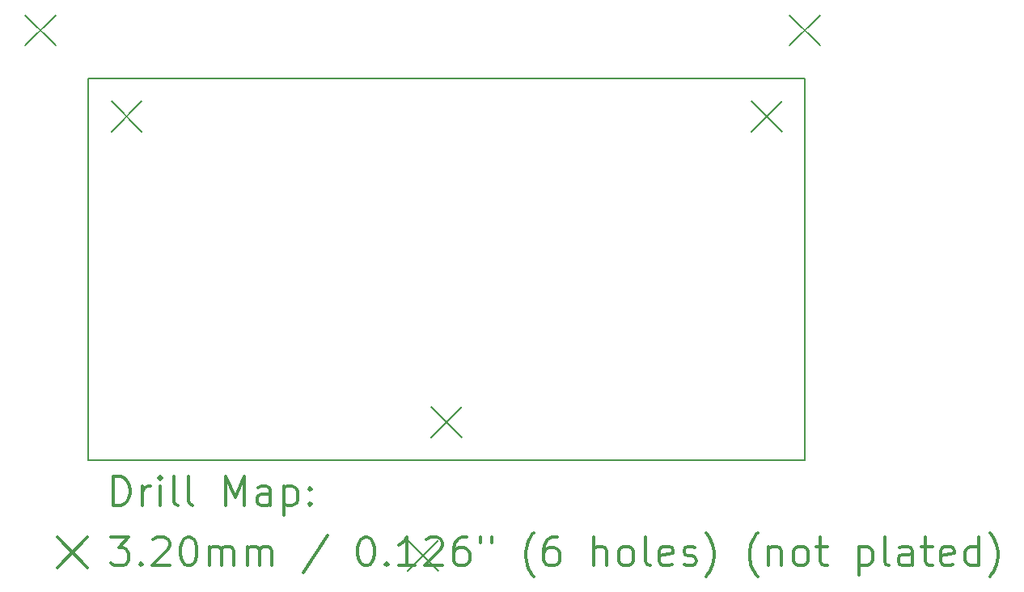
<source format=gbr>
%FSLAX45Y45*%
G04 Gerber Fmt 4.5, Leading zero omitted, Abs format (unit mm)*
G04 Created by KiCad (PCBNEW 4.0.7-e2-6376~60~ubuntu17.10.1) date Tue Apr 10 15:25:30 2018*
%MOMM*%
%LPD*%
G01*
G04 APERTURE LIST*
%ADD10C,0.127000*%
%ADD11C,0.150000*%
%ADD12C,0.200000*%
%ADD13C,0.300000*%
G04 APERTURE END LIST*
D10*
D11*
X8998106Y5998706D02*
X1498106Y5998706D01*
X8998106Y1998706D02*
X8998106Y5998706D01*
X1498106Y1998706D02*
X8998106Y1998706D01*
X1498106Y5998706D02*
X1498106Y1998706D01*
D12*
X838106Y6658706D02*
X1158106Y6338706D01*
X1158106Y6658706D02*
X838106Y6338706D01*
X1738106Y5758706D02*
X2058106Y5438706D01*
X2058106Y5758706D02*
X1738106Y5438706D01*
X4838106Y1158706D02*
X5158106Y838706D01*
X5158106Y1158706D02*
X4838106Y838706D01*
X5088106Y2558706D02*
X5408106Y2238706D01*
X5408106Y2558706D02*
X5088106Y2238706D01*
X8438106Y5758706D02*
X8758106Y5438706D01*
X8758106Y5758706D02*
X8438106Y5438706D01*
X8838106Y6658706D02*
X9158106Y6338706D01*
X9158106Y6658706D02*
X8838106Y6338706D01*
D13*
X1762034Y1525492D02*
X1762034Y1825492D01*
X1833463Y1825492D01*
X1876320Y1811206D01*
X1904892Y1782634D01*
X1919177Y1754063D01*
X1933463Y1696920D01*
X1933463Y1654063D01*
X1919177Y1596920D01*
X1904892Y1568349D01*
X1876320Y1539777D01*
X1833463Y1525492D01*
X1762034Y1525492D01*
X2062034Y1525492D02*
X2062034Y1725492D01*
X2062034Y1668349D02*
X2076320Y1696920D01*
X2090606Y1711206D01*
X2119177Y1725492D01*
X2147749Y1725492D01*
X2247749Y1525492D02*
X2247749Y1725492D01*
X2247749Y1825492D02*
X2233463Y1811206D01*
X2247749Y1796920D01*
X2262035Y1811206D01*
X2247749Y1825492D01*
X2247749Y1796920D01*
X2433463Y1525492D02*
X2404892Y1539777D01*
X2390606Y1568349D01*
X2390606Y1825492D01*
X2590606Y1525492D02*
X2562035Y1539777D01*
X2547749Y1568349D01*
X2547749Y1825492D01*
X2933463Y1525492D02*
X2933463Y1825492D01*
X3033463Y1611206D01*
X3133463Y1825492D01*
X3133463Y1525492D01*
X3404892Y1525492D02*
X3404892Y1682634D01*
X3390606Y1711206D01*
X3362034Y1725492D01*
X3304892Y1725492D01*
X3276320Y1711206D01*
X3404892Y1539777D02*
X3376320Y1525492D01*
X3304892Y1525492D01*
X3276320Y1539777D01*
X3262034Y1568349D01*
X3262034Y1596920D01*
X3276320Y1625492D01*
X3304892Y1639777D01*
X3376320Y1639777D01*
X3404892Y1654063D01*
X3547749Y1725492D02*
X3547749Y1425492D01*
X3547749Y1711206D02*
X3576320Y1725492D01*
X3633463Y1725492D01*
X3662034Y1711206D01*
X3676320Y1696920D01*
X3690606Y1668349D01*
X3690606Y1582634D01*
X3676320Y1554063D01*
X3662034Y1539777D01*
X3633463Y1525492D01*
X3576320Y1525492D01*
X3547749Y1539777D01*
X3819177Y1554063D02*
X3833463Y1539777D01*
X3819177Y1525492D01*
X3804892Y1539777D01*
X3819177Y1554063D01*
X3819177Y1525492D01*
X3819177Y1711206D02*
X3833463Y1696920D01*
X3819177Y1682634D01*
X3804892Y1696920D01*
X3819177Y1711206D01*
X3819177Y1682634D01*
X1170606Y1191206D02*
X1490606Y871206D01*
X1490606Y1191206D02*
X1170606Y871206D01*
X1733463Y1195492D02*
X1919177Y1195492D01*
X1819177Y1081206D01*
X1862034Y1081206D01*
X1890606Y1066920D01*
X1904892Y1052635D01*
X1919177Y1024063D01*
X1919177Y952634D01*
X1904892Y924063D01*
X1890606Y909777D01*
X1862034Y895492D01*
X1776320Y895492D01*
X1747749Y909777D01*
X1733463Y924063D01*
X2047749Y924063D02*
X2062034Y909777D01*
X2047749Y895492D01*
X2033463Y909777D01*
X2047749Y924063D01*
X2047749Y895492D01*
X2176320Y1166920D02*
X2190606Y1181206D01*
X2219177Y1195492D01*
X2290606Y1195492D01*
X2319177Y1181206D01*
X2333463Y1166920D01*
X2347749Y1138349D01*
X2347749Y1109777D01*
X2333463Y1066920D01*
X2162034Y895492D01*
X2347749Y895492D01*
X2533463Y1195492D02*
X2562035Y1195492D01*
X2590606Y1181206D01*
X2604892Y1166920D01*
X2619177Y1138349D01*
X2633463Y1081206D01*
X2633463Y1009777D01*
X2619177Y952634D01*
X2604892Y924063D01*
X2590606Y909777D01*
X2562035Y895492D01*
X2533463Y895492D01*
X2504892Y909777D01*
X2490606Y924063D01*
X2476320Y952634D01*
X2462035Y1009777D01*
X2462035Y1081206D01*
X2476320Y1138349D01*
X2490606Y1166920D01*
X2504892Y1181206D01*
X2533463Y1195492D01*
X2762035Y895492D02*
X2762035Y1095492D01*
X2762035Y1066920D02*
X2776320Y1081206D01*
X2804892Y1095492D01*
X2847749Y1095492D01*
X2876320Y1081206D01*
X2890606Y1052635D01*
X2890606Y895492D01*
X2890606Y1052635D02*
X2904892Y1081206D01*
X2933463Y1095492D01*
X2976320Y1095492D01*
X3004892Y1081206D01*
X3019177Y1052635D01*
X3019177Y895492D01*
X3162034Y895492D02*
X3162034Y1095492D01*
X3162034Y1066920D02*
X3176320Y1081206D01*
X3204892Y1095492D01*
X3247749Y1095492D01*
X3276320Y1081206D01*
X3290606Y1052635D01*
X3290606Y895492D01*
X3290606Y1052635D02*
X3304892Y1081206D01*
X3333463Y1095492D01*
X3376320Y1095492D01*
X3404892Y1081206D01*
X3419177Y1052635D01*
X3419177Y895492D01*
X4004892Y1209777D02*
X3747749Y824063D01*
X4390606Y1195492D02*
X4419177Y1195492D01*
X4447749Y1181206D01*
X4462034Y1166920D01*
X4476320Y1138349D01*
X4490606Y1081206D01*
X4490606Y1009777D01*
X4476320Y952634D01*
X4462034Y924063D01*
X4447749Y909777D01*
X4419177Y895492D01*
X4390606Y895492D01*
X4362034Y909777D01*
X4347749Y924063D01*
X4333463Y952634D01*
X4319177Y1009777D01*
X4319177Y1081206D01*
X4333463Y1138349D01*
X4347749Y1166920D01*
X4362034Y1181206D01*
X4390606Y1195492D01*
X4619177Y924063D02*
X4633463Y909777D01*
X4619177Y895492D01*
X4604892Y909777D01*
X4619177Y924063D01*
X4619177Y895492D01*
X4919177Y895492D02*
X4747749Y895492D01*
X4833463Y895492D02*
X4833463Y1195492D01*
X4804892Y1152635D01*
X4776320Y1124063D01*
X4747749Y1109777D01*
X5033463Y1166920D02*
X5047749Y1181206D01*
X5076320Y1195492D01*
X5147749Y1195492D01*
X5176320Y1181206D01*
X5190606Y1166920D01*
X5204892Y1138349D01*
X5204892Y1109777D01*
X5190606Y1066920D01*
X5019177Y895492D01*
X5204892Y895492D01*
X5462034Y1195492D02*
X5404892Y1195492D01*
X5376320Y1181206D01*
X5362034Y1166920D01*
X5333463Y1124063D01*
X5319177Y1066920D01*
X5319177Y952634D01*
X5333463Y924063D01*
X5347749Y909777D01*
X5376320Y895492D01*
X5433463Y895492D01*
X5462034Y909777D01*
X5476320Y924063D01*
X5490606Y952634D01*
X5490606Y1024063D01*
X5476320Y1052635D01*
X5462034Y1066920D01*
X5433463Y1081206D01*
X5376320Y1081206D01*
X5347749Y1066920D01*
X5333463Y1052635D01*
X5319177Y1024063D01*
X5604892Y1195492D02*
X5604892Y1138349D01*
X5719177Y1195492D02*
X5719177Y1138349D01*
X6162034Y781206D02*
X6147749Y795492D01*
X6119177Y838349D01*
X6104891Y866920D01*
X6090606Y909777D01*
X6076320Y981206D01*
X6076320Y1038349D01*
X6090606Y1109777D01*
X6104891Y1152635D01*
X6119177Y1181206D01*
X6147749Y1224063D01*
X6162034Y1238349D01*
X6404891Y1195492D02*
X6347749Y1195492D01*
X6319177Y1181206D01*
X6304891Y1166920D01*
X6276320Y1124063D01*
X6262034Y1066920D01*
X6262034Y952634D01*
X6276320Y924063D01*
X6290606Y909777D01*
X6319177Y895492D01*
X6376320Y895492D01*
X6404891Y909777D01*
X6419177Y924063D01*
X6433463Y952634D01*
X6433463Y1024063D01*
X6419177Y1052635D01*
X6404891Y1066920D01*
X6376320Y1081206D01*
X6319177Y1081206D01*
X6290606Y1066920D01*
X6276320Y1052635D01*
X6262034Y1024063D01*
X6790606Y895492D02*
X6790606Y1195492D01*
X6919177Y895492D02*
X6919177Y1052635D01*
X6904891Y1081206D01*
X6876320Y1095492D01*
X6833463Y1095492D01*
X6804891Y1081206D01*
X6790606Y1066920D01*
X7104891Y895492D02*
X7076320Y909777D01*
X7062034Y924063D01*
X7047749Y952634D01*
X7047749Y1038349D01*
X7062034Y1066920D01*
X7076320Y1081206D01*
X7104891Y1095492D01*
X7147749Y1095492D01*
X7176320Y1081206D01*
X7190606Y1066920D01*
X7204891Y1038349D01*
X7204891Y952634D01*
X7190606Y924063D01*
X7176320Y909777D01*
X7147749Y895492D01*
X7104891Y895492D01*
X7376320Y895492D02*
X7347749Y909777D01*
X7333463Y938349D01*
X7333463Y1195492D01*
X7604892Y909777D02*
X7576320Y895492D01*
X7519177Y895492D01*
X7490606Y909777D01*
X7476320Y938349D01*
X7476320Y1052635D01*
X7490606Y1081206D01*
X7519177Y1095492D01*
X7576320Y1095492D01*
X7604892Y1081206D01*
X7619177Y1052635D01*
X7619177Y1024063D01*
X7476320Y995492D01*
X7733463Y909777D02*
X7762034Y895492D01*
X7819177Y895492D01*
X7847749Y909777D01*
X7862034Y938349D01*
X7862034Y952634D01*
X7847749Y981206D01*
X7819177Y995492D01*
X7776320Y995492D01*
X7747749Y1009777D01*
X7733463Y1038349D01*
X7733463Y1052635D01*
X7747749Y1081206D01*
X7776320Y1095492D01*
X7819177Y1095492D01*
X7847749Y1081206D01*
X7962034Y781206D02*
X7976320Y795492D01*
X8004892Y838349D01*
X8019177Y866920D01*
X8033463Y909777D01*
X8047749Y981206D01*
X8047749Y1038349D01*
X8033463Y1109777D01*
X8019177Y1152635D01*
X8004892Y1181206D01*
X7976320Y1224063D01*
X7962034Y1238349D01*
X8504892Y781206D02*
X8490606Y795492D01*
X8462034Y838349D01*
X8447749Y866920D01*
X8433463Y909777D01*
X8419177Y981206D01*
X8419177Y1038349D01*
X8433463Y1109777D01*
X8447749Y1152635D01*
X8462034Y1181206D01*
X8490606Y1224063D01*
X8504892Y1238349D01*
X8619177Y1095492D02*
X8619177Y895492D01*
X8619177Y1066920D02*
X8633463Y1081206D01*
X8662034Y1095492D01*
X8704892Y1095492D01*
X8733463Y1081206D01*
X8747749Y1052635D01*
X8747749Y895492D01*
X8933463Y895492D02*
X8904892Y909777D01*
X8890606Y924063D01*
X8876320Y952634D01*
X8876320Y1038349D01*
X8890606Y1066920D01*
X8904892Y1081206D01*
X8933463Y1095492D01*
X8976320Y1095492D01*
X9004892Y1081206D01*
X9019177Y1066920D01*
X9033463Y1038349D01*
X9033463Y952634D01*
X9019177Y924063D01*
X9004892Y909777D01*
X8976320Y895492D01*
X8933463Y895492D01*
X9119177Y1095492D02*
X9233463Y1095492D01*
X9162035Y1195492D02*
X9162035Y938349D01*
X9176320Y909777D01*
X9204892Y895492D01*
X9233463Y895492D01*
X9562035Y1095492D02*
X9562035Y795492D01*
X9562035Y1081206D02*
X9590606Y1095492D01*
X9647749Y1095492D01*
X9676320Y1081206D01*
X9690606Y1066920D01*
X9704892Y1038349D01*
X9704892Y952634D01*
X9690606Y924063D01*
X9676320Y909777D01*
X9647749Y895492D01*
X9590606Y895492D01*
X9562035Y909777D01*
X9876320Y895492D02*
X9847749Y909777D01*
X9833463Y938349D01*
X9833463Y1195492D01*
X10119177Y895492D02*
X10119177Y1052635D01*
X10104892Y1081206D01*
X10076320Y1095492D01*
X10019177Y1095492D01*
X9990606Y1081206D01*
X10119177Y909777D02*
X10090606Y895492D01*
X10019177Y895492D01*
X9990606Y909777D01*
X9976320Y938349D01*
X9976320Y966920D01*
X9990606Y995492D01*
X10019177Y1009777D01*
X10090606Y1009777D01*
X10119177Y1024063D01*
X10219177Y1095492D02*
X10333463Y1095492D01*
X10262035Y1195492D02*
X10262035Y938349D01*
X10276320Y909777D01*
X10304892Y895492D01*
X10333463Y895492D01*
X10547749Y909777D02*
X10519178Y895492D01*
X10462035Y895492D01*
X10433463Y909777D01*
X10419178Y938349D01*
X10419178Y1052635D01*
X10433463Y1081206D01*
X10462035Y1095492D01*
X10519178Y1095492D01*
X10547749Y1081206D01*
X10562035Y1052635D01*
X10562035Y1024063D01*
X10419178Y995492D01*
X10819178Y895492D02*
X10819178Y1195492D01*
X10819178Y909777D02*
X10790606Y895492D01*
X10733463Y895492D01*
X10704892Y909777D01*
X10690606Y924063D01*
X10676320Y952634D01*
X10676320Y1038349D01*
X10690606Y1066920D01*
X10704892Y1081206D01*
X10733463Y1095492D01*
X10790606Y1095492D01*
X10819178Y1081206D01*
X10933463Y781206D02*
X10947749Y795492D01*
X10976320Y838349D01*
X10990606Y866920D01*
X11004892Y909777D01*
X11019178Y981206D01*
X11019178Y1038349D01*
X11004892Y1109777D01*
X10990606Y1152635D01*
X10976320Y1181206D01*
X10947749Y1224063D01*
X10933463Y1238349D01*
M02*

</source>
